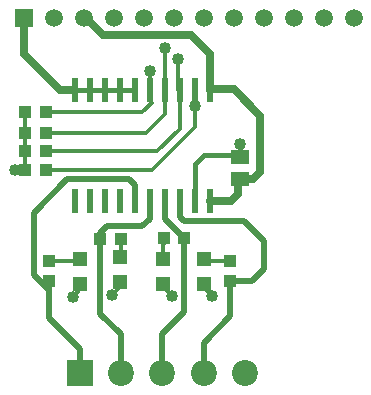
<source format=gbr>
G04 DipTrace 4.0.0.2*
G04 1 - Top.gbr*
%MOIN*%
G04 #@! TF.FileFunction,Copper,L1,Top*
G04 #@! TF.Part,Single*
G04 #@! TA.AperFunction,Conductor*
%ADD15C,0.018*%
%ADD16C,0.012*%
%ADD17C,0.025*%
%ADD18C,0.02*%
%ADD19R,0.059055X0.051181*%
%ADD21R,0.047244X0.047244*%
G04 #@! TA.AperFunction,ComponentPad*
%ADD22R,0.059055X0.059055*%
%ADD23C,0.059055*%
%ADD24R,0.043307X0.03937*%
%ADD25R,0.03937X0.043307*%
G04 #@! TA.AperFunction,ComponentPad*
%ADD26R,0.086614X0.086614*%
%ADD27C,0.086614*%
%ADD28R,0.023622X0.07874*%
G04 #@! TA.AperFunction,ViaPad*
%ADD29C,0.04*%
%FSLAX26Y26*%
G04*
G70*
G90*
G75*
G01*
G04 Top*
%LPD*%
X643700Y1728739D2*
D15*
X693700D1*
X743700D1*
X793700D1*
X843700D1*
X1043700Y1358661D2*
Y1481201D1*
X1074949Y1512451D1*
X1187351D1*
X1193700Y1506102D1*
Y1549949D1*
X1074949Y1083611D2*
D16*
Y1068701D1*
X1099949Y1043700D1*
X937451Y1083611D2*
Y1074949D1*
X968699Y1043700D1*
X793700Y1089861D2*
Y1072293D1*
X768700Y1047293D1*
X662449Y1083611D2*
Y1066043D1*
X637451Y1041043D1*
X473616Y1968503D2*
D17*
Y1849217D1*
X594094Y1728739D1*
X643700D1*
X478986Y1462451D2*
D16*
X443700D1*
X478986D2*
Y1524951D1*
Y1587451D1*
Y1656200D1*
X1093700Y1358661D2*
D17*
X1164910D1*
X1187449Y1381200D1*
Y1425048D1*
X1193700Y1431298D1*
X1237548D1*
X1262449Y1456200D1*
Y1643701D1*
X1174951Y1731200D1*
X1096161D1*
X1093700Y1728739D1*
X673616Y1968503D2*
X681397D1*
X737449Y1912451D1*
X1030461D1*
X1093700Y1849212D1*
Y1728739D1*
X545915Y1462451D2*
D16*
X899951D1*
X1043700Y1606200D1*
Y1728739D1*
Y1674949D1*
X545915Y1524951D2*
X918700D1*
X993700Y1599951D1*
Y1728739D1*
X987449D1*
Y1831200D1*
X545915Y1587451D2*
X881200D1*
X943700Y1649951D1*
Y1728739D1*
Y1868700D1*
X545915Y1656200D2*
X868699D1*
X899949Y1687451D1*
X893700Y1693700D1*
Y1728739D1*
Y1793700D1*
X556200Y1158414D2*
X654575D1*
X662449Y1166288D1*
X795914Y1231201D2*
Y1174752D1*
X793700Y1172539D1*
X941486Y1237449D2*
Y1216044D1*
X937451D1*
Y1166288D1*
X1162449Y1158414D2*
X1082823D1*
X1074949Y1166288D1*
X659448Y787401D2*
D18*
Y865452D1*
X556200Y968700D1*
Y1091486D1*
X843700Y1358661D2*
Y1412449D1*
X824949Y1431200D1*
X618700D1*
X506200Y1318700D1*
Y1112451D1*
X556200Y1062449D1*
Y1091486D1*
X797243Y787401D2*
Y915157D1*
X728986Y983414D1*
Y1231199D1*
Y1253986D1*
X749949Y1274949D1*
X868700D1*
X893700Y1299951D1*
Y1358661D1*
X935039Y787401D2*
Y916288D1*
X1008414Y989665D1*
Y1237451D1*
X943700Y1358661D2*
Y1299949D1*
X1006199Y1237451D1*
X1008414D1*
X1072834Y787401D2*
Y885334D1*
X1162451Y974951D1*
Y1091486D1*
X993700Y1358661D2*
Y1306200D1*
X1006200Y1293700D1*
X1206200D1*
X1274949Y1224951D1*
Y1131200D1*
X1235235Y1091486D1*
X1162451D1*
D29*
X1043700Y1674949D3*
X987449Y1831200D3*
X943700Y1868700D3*
X893700Y1793700D3*
X443700Y1462451D3*
X1099949Y1043700D3*
X968699D3*
X768700Y1047293D3*
X637451Y1041043D3*
X1193700Y1549949D3*
D19*
Y1431298D3*
Y1506102D3*
D21*
X662449Y1166288D3*
Y1083611D3*
X793700Y1172539D3*
Y1089861D3*
X937451Y1166288D3*
Y1083611D3*
X1074949Y1166288D3*
Y1083611D3*
D22*
X473616Y1968503D3*
D23*
X573616D3*
X673616D3*
X773616D3*
X873616D3*
X973616D3*
X1073616D3*
X1173616D3*
X1273607D3*
X1373607D3*
X1473607D3*
X1573607D3*
D24*
X728986Y1231199D3*
X795915Y1231201D3*
D25*
X556201Y1091485D3*
X556199Y1158414D3*
D24*
X1008414Y1237452D3*
X941485Y1237449D3*
D25*
X1162450Y1091485D3*
X1162448Y1158414D3*
D26*
X659448Y787401D3*
D27*
X797243D3*
X935039D3*
X1072834D3*
X1210629D3*
D28*
X1093700Y1728739D3*
X1043700D3*
X993700D3*
X943700D3*
X893700D3*
X843700D3*
X793700D3*
X743700D3*
X693700D3*
X643700D3*
Y1358661D3*
X693700D3*
X743700D3*
X793700D3*
X843700D3*
X893700D3*
X943700D3*
X993700D3*
X1043700D3*
X1093700D3*
D24*
X545915Y1656200D3*
X478986D3*
X545915Y1587451D3*
X478986D3*
X545915Y1524951D3*
X478986D3*
X545915Y1462451D3*
X478986D3*
M02*

</source>
